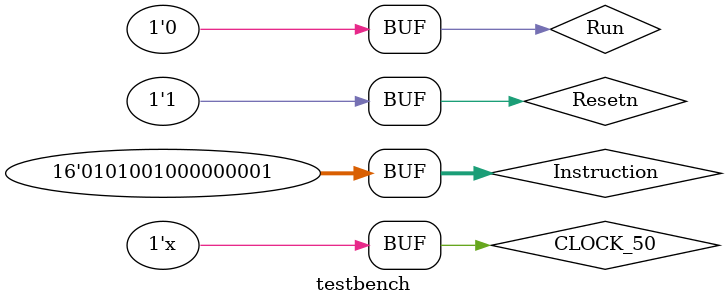
<source format=v>
`timescale 1ns / 1ps

module testbench ( );

	parameter CLOCK_PERIOD = 20;

	reg [15:0] Instruction;
	wire [15:0] reg0,reg1,reg2,reg3,reg4,reg5,reg6,reg7;
	reg Run;
	wire Done;

	reg CLOCK_50;
	initial begin
		CLOCK_50 <= 1'b0;
	end // initial
	always @ (*)
	begin : Clock_Generator
		#((CLOCK_PERIOD) / 2) CLOCK_50 <= ~CLOCK_50;
	end
	
	reg Resetn;
	initial begin
		Resetn <= 1'b0;
		#20 Resetn <= 1'b1;
	end // initial

	initial begin
				Run	<= 1'b0;	Instruction	<= 16'b0000000000000000;	
		#20	Run	<= 1'b1; Instruction	<= 16'b0001000000011100; // mv  r0, #28	
		#20	Run	<= 1'b0; 
		#20	Run	<= 1'b1; Instruction	<= 16'b0011001011111111; // mvt r1, #0xFF00
		#20	Run	<= 1'b0;
		#20	Run	<= 1'b1; Instruction	<= 16'b0101001011111111; // add r1, #0xFF
		#20	Run	<= 1'b0;
		#60	Run	<= 1'b1; Instruction	<= 16'b0110001000000000; // sub r1, r0
		#20	Run	<= 1'b0;
		#60	Run	<= 1'b1; Instruction	<= 16'b0101001000000001; // add r1, #1
		#20	Run	<= 1'b0;
	end // initial

	part1 U1 (Instruction, Resetn, CLOCK_50, Run, Done, reg0,reg1,reg2,reg3,reg4,reg5,reg6,reg7);

endmodule

</source>
